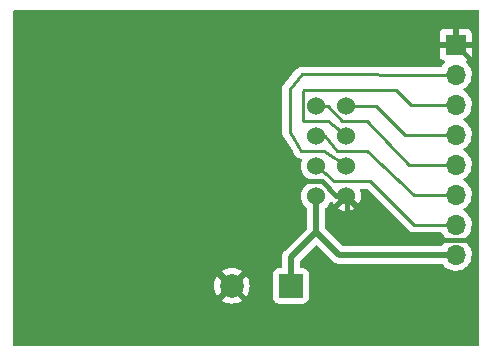
<source format=gtl>
%TF.GenerationSoftware,KiCad,Pcbnew,(6.0.4)*%
%TF.CreationDate,2022-05-23T21:32:27+01:00*%
%TF.ProjectId,nRF24BB,6e524632-3442-4422-9e6b-696361645f70,1.0*%
%TF.SameCoordinates,Original*%
%TF.FileFunction,Copper,L1,Top*%
%TF.FilePolarity,Positive*%
%FSLAX46Y46*%
G04 Gerber Fmt 4.6, Leading zero omitted, Abs format (unit mm)*
G04 Created by KiCad (PCBNEW (6.0.4)) date 2022-05-23 21:32:27*
%MOMM*%
%LPD*%
G01*
G04 APERTURE LIST*
%TA.AperFunction,ComponentPad*%
%ADD10R,2.000000X2.000000*%
%TD*%
%TA.AperFunction,ComponentPad*%
%ADD11C,2.000000*%
%TD*%
%TA.AperFunction,ComponentPad*%
%ADD12C,1.524000*%
%TD*%
%TA.AperFunction,ComponentPad*%
%ADD13R,1.700000X1.700000*%
%TD*%
%TA.AperFunction,ComponentPad*%
%ADD14O,1.700000X1.700000*%
%TD*%
%TA.AperFunction,Conductor*%
%ADD15C,0.508000*%
%TD*%
%TA.AperFunction,Conductor*%
%ADD16C,0.381000*%
%TD*%
%TA.AperFunction,Conductor*%
%ADD17C,0.250000*%
%TD*%
G04 APERTURE END LIST*
D10*
%TO.P,C1,1*%
%TO.N,Net-(C1-Pad1)*%
X154945477Y-101701600D03*
D11*
%TO.P,C1,2*%
%TO.N,Net-(C1-Pad2)*%
X149945477Y-101701600D03*
%TD*%
D12*
%TO.P,U1,0,GND*%
%TO.N,Net-(C1-Pad2)*%
X159639000Y-94107000D03*
%TO.P,U1,1,CE*%
%TO.N,Net-(J1-Pad2)*%
X159639000Y-91567000D03*
%TO.P,U1,2,SCK*%
%TO.N,Net-(J1-Pad3)*%
X159639000Y-89027000D03*
%TO.P,U1,3,MISO*%
%TO.N,Net-(J1-Pad4)*%
X159639000Y-86487000D03*
%TO.P,U1,4,IRG*%
%TO.N,Net-(J1-Pad5)*%
X157099000Y-86487000D03*
%TO.P,U1,5,MOSI*%
%TO.N,Net-(J1-Pad6)*%
X157099000Y-89027000D03*
%TO.P,U1,6,CSN*%
%TO.N,Net-(J1-Pad7)*%
X157099000Y-91567000D03*
%TO.P,U1,7,VCC*%
%TO.N,Net-(C1-Pad1)*%
X157099000Y-94107000D03*
%TD*%
D13*
%TO.P,J1,1,Pin_1*%
%TO.N,Net-(C1-Pad2)*%
X168910000Y-81280000D03*
D14*
%TO.P,J1,2,Pin_2*%
%TO.N,Net-(J1-Pad2)*%
X168910000Y-83820000D03*
%TO.P,J1,3,Pin_3*%
%TO.N,Net-(J1-Pad3)*%
X168910000Y-86360000D03*
%TO.P,J1,4,Pin_4*%
%TO.N,Net-(J1-Pad4)*%
X168910000Y-88900000D03*
%TO.P,J1,5,Pin_5*%
%TO.N,Net-(J1-Pad5)*%
X168910000Y-91440000D03*
%TO.P,J1,6,Pin_6*%
%TO.N,Net-(J1-Pad6)*%
X168910000Y-93980000D03*
%TO.P,J1,7,Pin_7*%
%TO.N,Net-(J1-Pad7)*%
X168910000Y-96520000D03*
%TO.P,J1,8,Pin_8*%
%TO.N,Net-(C1-Pad1)*%
X168910000Y-99060000D03*
%TD*%
D15*
%TO.N,Net-(C1-Pad1)*%
X154945477Y-99308523D02*
X157099000Y-97155000D01*
X154945477Y-101701600D02*
X154945477Y-99308523D01*
X159004000Y-99060000D02*
X157099000Y-97155000D01*
X159004000Y-99060000D02*
X168910000Y-99060000D01*
X157099000Y-97155000D02*
X157099000Y-94107000D01*
D16*
%TO.N,Net-(C1-Pad2)*%
X159675000Y-96302000D02*
X161163000Y-97790000D01*
X155879800Y-92862400D02*
X157556200Y-92862400D01*
X149945477Y-101701600D02*
X154355800Y-97291277D01*
X161163000Y-97790000D02*
X170561000Y-97790000D01*
X159675000Y-94120000D02*
X159675000Y-96302000D01*
X154355800Y-97291277D02*
X154355800Y-93954600D01*
X170561000Y-97790000D02*
X170561000Y-82931000D01*
X170561000Y-82931000D02*
X168910000Y-81280000D01*
D17*
X158800800Y-94107000D02*
X159639000Y-94107000D01*
D16*
X154355800Y-93954600D02*
X155879800Y-92862400D01*
X157556200Y-92862400D02*
X158800800Y-94107000D01*
D17*
%TO.N,Net-(J1-Pad2)*%
X155905200Y-83794600D02*
X168910000Y-83820000D01*
X154838400Y-85039200D02*
X155905200Y-83794600D01*
X155829000Y-90297000D02*
X154838400Y-88646000D01*
X157734000Y-90297000D02*
X155829000Y-90297000D01*
X159675000Y-91580000D02*
X157734000Y-90297000D01*
X154838400Y-88646000D02*
X154838400Y-85039200D01*
%TO.N,Net-(J1-Pad3)*%
X163830000Y-85090000D02*
X165100000Y-86360000D01*
X155956000Y-85217000D02*
X156083000Y-85090000D01*
X156083000Y-85090000D02*
X163830000Y-85090000D01*
X158115000Y-87757000D02*
X155956000Y-87757000D01*
X159675000Y-89040000D02*
X158115000Y-87757000D01*
X165100000Y-86360000D02*
X168910000Y-86360000D01*
X155956000Y-87757000D02*
X155956000Y-85217000D01*
%TO.N,Net-(J1-Pad4)*%
X164592000Y-88900000D02*
X162179000Y-86487000D01*
X168910000Y-88900000D02*
X164592000Y-88900000D01*
X162179000Y-86487000D02*
X159639000Y-86487000D01*
%TO.N,Net-(J1-Pad5)*%
X164973000Y-91440000D02*
X168910000Y-91440000D01*
X158138440Y-86500000D02*
X159258000Y-87757000D01*
X157135000Y-86500000D02*
X158138440Y-86500000D01*
X159258000Y-87757000D02*
X161417000Y-87757000D01*
X161417000Y-87757000D02*
X164973000Y-91440000D01*
%TO.N,Net-(J1-Pad6)*%
X161366200Y-90271600D02*
X165354000Y-93980000D01*
X157135000Y-89040000D02*
X157861000Y-89027000D01*
X157861000Y-89027000D02*
X158877000Y-90297000D01*
X165354000Y-93980000D02*
X168910000Y-93980000D01*
X158877000Y-90297000D02*
X161366200Y-90271600D01*
%TO.N,Net-(J1-Pad7)*%
X165354000Y-96520000D02*
X168910000Y-96520000D01*
X157135000Y-91580000D02*
X158623000Y-92837000D01*
X158623000Y-92837000D02*
X161620200Y-92837000D01*
X161620200Y-92837000D02*
X165354000Y-96520000D01*
%TD*%
%TA.AperFunction,Conductor*%
%TO.N,Net-(C1-Pad2)*%
G36*
X170858221Y-78379502D02*
G01*
X170904714Y-78433158D01*
X170916100Y-78485500D01*
X170916100Y-106680500D01*
X170896098Y-106748621D01*
X170842442Y-106795114D01*
X170790100Y-106806500D01*
X131571500Y-106806500D01*
X131503379Y-106786498D01*
X131456886Y-106732842D01*
X131445500Y-106680500D01*
X131445500Y-102934270D01*
X149077637Y-102934270D01*
X149083364Y-102941920D01*
X149254519Y-103046805D01*
X149263314Y-103051287D01*
X149473465Y-103138334D01*
X149482850Y-103141383D01*
X149704031Y-103194485D01*
X149713778Y-103196028D01*
X149940547Y-103213875D01*
X149950407Y-103213875D01*
X150177176Y-103196028D01*
X150186923Y-103194485D01*
X150408104Y-103141383D01*
X150417489Y-103138334D01*
X150627640Y-103051287D01*
X150636435Y-103046805D01*
X150803922Y-102944168D01*
X150813384Y-102933710D01*
X150809601Y-102924934D01*
X150634401Y-102749734D01*
X153436977Y-102749734D01*
X153443732Y-102811916D01*
X153494862Y-102948305D01*
X153582216Y-103064861D01*
X153698772Y-103152215D01*
X153835161Y-103203345D01*
X153897343Y-103210100D01*
X155993611Y-103210100D01*
X156055793Y-103203345D01*
X156192182Y-103152215D01*
X156308738Y-103064861D01*
X156396092Y-102948305D01*
X156447222Y-102811916D01*
X156453977Y-102749734D01*
X156453977Y-100653466D01*
X156447222Y-100591284D01*
X156396092Y-100454895D01*
X156308738Y-100338339D01*
X156192182Y-100250985D01*
X156055793Y-100199855D01*
X155993611Y-100193100D01*
X155833977Y-100193100D01*
X155765856Y-100173098D01*
X155719363Y-100119442D01*
X155707977Y-100067100D01*
X155707977Y-99676551D01*
X155727979Y-99608430D01*
X155744882Y-99587456D01*
X157009905Y-98322433D01*
X157072217Y-98288407D01*
X157143032Y-98293472D01*
X157188095Y-98322433D01*
X158417190Y-99551528D01*
X158429577Y-99565941D01*
X158442546Y-99583564D01*
X158448129Y-99588307D01*
X158483055Y-99617979D01*
X158490571Y-99624909D01*
X158496315Y-99630653D01*
X158499189Y-99632927D01*
X158499196Y-99632933D01*
X158518711Y-99648372D01*
X158522115Y-99651163D01*
X158572472Y-99693945D01*
X158572476Y-99693948D01*
X158578051Y-99698684D01*
X158584568Y-99702012D01*
X158589632Y-99705389D01*
X158594856Y-99708616D01*
X158600600Y-99713160D01*
X158667104Y-99744242D01*
X158671001Y-99746147D01*
X158736404Y-99779543D01*
X158743518Y-99781284D01*
X158749252Y-99783416D01*
X158755048Y-99785344D01*
X158761680Y-99788444D01*
X158833555Y-99803394D01*
X158837839Y-99804364D01*
X158909112Y-99821804D01*
X158914714Y-99822152D01*
X158914717Y-99822152D01*
X158920330Y-99822500D01*
X158920328Y-99822537D01*
X158924227Y-99822773D01*
X158928598Y-99823163D01*
X158935757Y-99824652D01*
X159013577Y-99822546D01*
X159016986Y-99822500D01*
X167715542Y-99822500D01*
X167783663Y-99842502D01*
X167810779Y-99866003D01*
X167877900Y-99943489D01*
X167956250Y-100033938D01*
X168128126Y-100176632D01*
X168321000Y-100289338D01*
X168529692Y-100369030D01*
X168534760Y-100370061D01*
X168534763Y-100370062D01*
X168642017Y-100391883D01*
X168748597Y-100413567D01*
X168753772Y-100413757D01*
X168753774Y-100413757D01*
X168966673Y-100421564D01*
X168966677Y-100421564D01*
X168971837Y-100421753D01*
X168976957Y-100421097D01*
X168976959Y-100421097D01*
X169188288Y-100394025D01*
X169188289Y-100394025D01*
X169193416Y-100393368D01*
X169198366Y-100391883D01*
X169402429Y-100330661D01*
X169402434Y-100330659D01*
X169407384Y-100329174D01*
X169607994Y-100230896D01*
X169789860Y-100101173D01*
X169948096Y-99943489D01*
X170059507Y-99788444D01*
X170075435Y-99766277D01*
X170078453Y-99762077D01*
X170106758Y-99704807D01*
X170175136Y-99566453D01*
X170175137Y-99566451D01*
X170177430Y-99561811D01*
X170242370Y-99348069D01*
X170271529Y-99126590D01*
X170271611Y-99123240D01*
X170273074Y-99063365D01*
X170273074Y-99063361D01*
X170273156Y-99060000D01*
X170254852Y-98837361D01*
X170200431Y-98620702D01*
X170111354Y-98415840D01*
X170050926Y-98322433D01*
X169992822Y-98232617D01*
X169992820Y-98232614D01*
X169990014Y-98228277D01*
X169839670Y-98063051D01*
X169835619Y-98059852D01*
X169835615Y-98059848D01*
X169668414Y-97927800D01*
X169668410Y-97927798D01*
X169664359Y-97924598D01*
X169623053Y-97901796D01*
X169573084Y-97851364D01*
X169558312Y-97781921D01*
X169583428Y-97715516D01*
X169610780Y-97688909D01*
X169654603Y-97657650D01*
X169789860Y-97561173D01*
X169948096Y-97403489D01*
X170078453Y-97222077D01*
X170082611Y-97213665D01*
X170175136Y-97026453D01*
X170175137Y-97026451D01*
X170177430Y-97021811D01*
X170232923Y-96839162D01*
X170240865Y-96813023D01*
X170240865Y-96813021D01*
X170242370Y-96808069D01*
X170271529Y-96586590D01*
X170273156Y-96520000D01*
X170254852Y-96297361D01*
X170200431Y-96080702D01*
X170111354Y-95875840D01*
X169990014Y-95688277D01*
X169839670Y-95523051D01*
X169835619Y-95519852D01*
X169835615Y-95519848D01*
X169668414Y-95387800D01*
X169668410Y-95387798D01*
X169664359Y-95384598D01*
X169623053Y-95361796D01*
X169573084Y-95311364D01*
X169558312Y-95241921D01*
X169583428Y-95175516D01*
X169610780Y-95148909D01*
X169654603Y-95117650D01*
X169789860Y-95021173D01*
X169948096Y-94863489D01*
X169992839Y-94801223D01*
X170075435Y-94686277D01*
X170078453Y-94682077D01*
X170082611Y-94673665D01*
X170175136Y-94486453D01*
X170175137Y-94486451D01*
X170177430Y-94481811D01*
X170222407Y-94333776D01*
X170240865Y-94273023D01*
X170240865Y-94273021D01*
X170242370Y-94268069D01*
X170271529Y-94046590D01*
X170273156Y-93980000D01*
X170254852Y-93757361D01*
X170200431Y-93540702D01*
X170111354Y-93335840D01*
X169990014Y-93148277D01*
X169839670Y-92983051D01*
X169835619Y-92979852D01*
X169835615Y-92979848D01*
X169668414Y-92847800D01*
X169668410Y-92847798D01*
X169664359Y-92844598D01*
X169623053Y-92821796D01*
X169573084Y-92771364D01*
X169558312Y-92701921D01*
X169583428Y-92635516D01*
X169610780Y-92608909D01*
X169654603Y-92577650D01*
X169789860Y-92481173D01*
X169948096Y-92323489D01*
X169953049Y-92316597D01*
X170075435Y-92146277D01*
X170078453Y-92142077D01*
X170082611Y-92133665D01*
X170175136Y-91946453D01*
X170175137Y-91946451D01*
X170177430Y-91941811D01*
X170224021Y-91788463D01*
X170240865Y-91733023D01*
X170240865Y-91733021D01*
X170242370Y-91728069D01*
X170271529Y-91506590D01*
X170273156Y-91440000D01*
X170254852Y-91217361D01*
X170200431Y-91000702D01*
X170111354Y-90795840D01*
X170051952Y-90704018D01*
X169992822Y-90612617D01*
X169992820Y-90612614D01*
X169990014Y-90608277D01*
X169839670Y-90443051D01*
X169835619Y-90439852D01*
X169835615Y-90439848D01*
X169668414Y-90307800D01*
X169668410Y-90307798D01*
X169664359Y-90304598D01*
X169623053Y-90281796D01*
X169573084Y-90231364D01*
X169558312Y-90161921D01*
X169583428Y-90095516D01*
X169610780Y-90068909D01*
X169654603Y-90037650D01*
X169789860Y-89941173D01*
X169948096Y-89783489D01*
X169987832Y-89728191D01*
X170075435Y-89606277D01*
X170078453Y-89602077D01*
X170082611Y-89593665D01*
X170175136Y-89406453D01*
X170175137Y-89406451D01*
X170177430Y-89401811D01*
X170224021Y-89248463D01*
X170240865Y-89193023D01*
X170240865Y-89193021D01*
X170242370Y-89188069D01*
X170271529Y-88966590D01*
X170272251Y-88937037D01*
X170273074Y-88903365D01*
X170273074Y-88903361D01*
X170273156Y-88900000D01*
X170254852Y-88677361D01*
X170200431Y-88460702D01*
X170111354Y-88255840D01*
X169990014Y-88068277D01*
X169839670Y-87903051D01*
X169835619Y-87899852D01*
X169835615Y-87899848D01*
X169668414Y-87767800D01*
X169668410Y-87767798D01*
X169664359Y-87764598D01*
X169623053Y-87741796D01*
X169573084Y-87691364D01*
X169558312Y-87621921D01*
X169583428Y-87555516D01*
X169610780Y-87528909D01*
X169654603Y-87497650D01*
X169789860Y-87401173D01*
X169948096Y-87243489D01*
X170078453Y-87062077D01*
X170082611Y-87053665D01*
X170175136Y-86866453D01*
X170175137Y-86866451D01*
X170177430Y-86861811D01*
X170242370Y-86648069D01*
X170271529Y-86426590D01*
X170273156Y-86360000D01*
X170254852Y-86137361D01*
X170200431Y-85920702D01*
X170111354Y-85715840D01*
X169990014Y-85528277D01*
X169839670Y-85363051D01*
X169835619Y-85359852D01*
X169835615Y-85359848D01*
X169668414Y-85227800D01*
X169668410Y-85227798D01*
X169664359Y-85224598D01*
X169623053Y-85201796D01*
X169573084Y-85151364D01*
X169558312Y-85081921D01*
X169583428Y-85015516D01*
X169610780Y-84988909D01*
X169672746Y-84944709D01*
X169789860Y-84861173D01*
X169860226Y-84791053D01*
X169944435Y-84707137D01*
X169948096Y-84703489D01*
X169956710Y-84691502D01*
X170075435Y-84526277D01*
X170078453Y-84522077D01*
X170091191Y-84496305D01*
X170175136Y-84326453D01*
X170175137Y-84326451D01*
X170177430Y-84321811D01*
X170242370Y-84108069D01*
X170271529Y-83886590D01*
X170273156Y-83820000D01*
X170254852Y-83597361D01*
X170200431Y-83380702D01*
X170111354Y-83175840D01*
X169990014Y-82988277D01*
X169986540Y-82984459D01*
X169986533Y-82984450D01*
X169842435Y-82826088D01*
X169811383Y-82762242D01*
X169819779Y-82691744D01*
X169864956Y-82636976D01*
X169891400Y-82623307D01*
X169998052Y-82583325D01*
X170013649Y-82574786D01*
X170115724Y-82498285D01*
X170128285Y-82485724D01*
X170204786Y-82383649D01*
X170213324Y-82368054D01*
X170258478Y-82247606D01*
X170262105Y-82232351D01*
X170267631Y-82181486D01*
X170268000Y-82174672D01*
X170268000Y-81552115D01*
X170263525Y-81536876D01*
X170262135Y-81535671D01*
X170254452Y-81534000D01*
X167570116Y-81534000D01*
X167554877Y-81538475D01*
X167553672Y-81539865D01*
X167552001Y-81547548D01*
X167552001Y-82174669D01*
X167552371Y-82181490D01*
X167557895Y-82232352D01*
X167561521Y-82247604D01*
X167606676Y-82368054D01*
X167615214Y-82383649D01*
X167691715Y-82485724D01*
X167704276Y-82498285D01*
X167806351Y-82574786D01*
X167821946Y-82583324D01*
X167930827Y-82624142D01*
X167987591Y-82666784D01*
X168012291Y-82733345D01*
X167997083Y-82802694D01*
X167977691Y-82829175D01*
X167854200Y-82958401D01*
X167850629Y-82962138D01*
X167847715Y-82966410D01*
X167847714Y-82966411D01*
X167736798Y-83129008D01*
X167681887Y-83174011D01*
X167632465Y-83184004D01*
X162994104Y-83174944D01*
X155960143Y-83161205D01*
X155942418Y-83159917D01*
X155924207Y-83157293D01*
X155924206Y-83157293D01*
X155916358Y-83156162D01*
X155875754Y-83160572D01*
X155870348Y-83161031D01*
X155866581Y-83161023D01*
X155832826Y-83165220D01*
X155830962Y-83165437D01*
X155807926Y-83167939D01*
X155765120Y-83172588D01*
X155765116Y-83172589D01*
X155757234Y-83173445D01*
X155752561Y-83175202D01*
X155747611Y-83175817D01*
X155678600Y-83202984D01*
X155676845Y-83203659D01*
X155650264Y-83213650D01*
X155607408Y-83229758D01*
X155603322Y-83232619D01*
X155598676Y-83234448D01*
X155538540Y-83277961D01*
X155537032Y-83279033D01*
X155482791Y-83317010D01*
X155482786Y-83317014D01*
X155476294Y-83321560D01*
X155473045Y-83325350D01*
X155469003Y-83328275D01*
X155463939Y-83334372D01*
X155421626Y-83385317D01*
X155420364Y-83386812D01*
X154443680Y-84526277D01*
X154368629Y-84613836D01*
X154364817Y-84618084D01*
X154321814Y-84663879D01*
X154298033Y-84707137D01*
X154297958Y-84707274D01*
X154292743Y-84715920D01*
X154265476Y-84757270D01*
X154262896Y-84764762D01*
X154262893Y-84764768D01*
X154260613Y-84771388D01*
X154251899Y-84791053D01*
X154244705Y-84804140D01*
X154242734Y-84811818D01*
X154242732Y-84811822D01*
X154232391Y-84852099D01*
X154229484Y-84861788D01*
X154215944Y-84901109D01*
X154215943Y-84901113D01*
X154213362Y-84908609D01*
X154212726Y-84916508D01*
X154212726Y-84916509D01*
X154212164Y-84923490D01*
X154208612Y-84944709D01*
X154206873Y-84951484D01*
X154204900Y-84959170D01*
X154204900Y-85008690D01*
X154204494Y-85018797D01*
X154200522Y-85068151D01*
X154201870Y-85075955D01*
X154201870Y-85075958D01*
X154203062Y-85082858D01*
X154204900Y-85104302D01*
X154204900Y-88566556D01*
X154204414Y-88577615D01*
X154204010Y-88582199D01*
X154202330Y-88589946D01*
X154202629Y-88597867D01*
X154202629Y-88597870D01*
X154204810Y-88655586D01*
X154204900Y-88660343D01*
X154204900Y-88685856D01*
X154205397Y-88689790D01*
X154205397Y-88689791D01*
X154205710Y-88692272D01*
X154206612Y-88703295D01*
X154208373Y-88749891D01*
X154210632Y-88757485D01*
X154213457Y-88766984D01*
X154217690Y-88787102D01*
X154219926Y-88804797D01*
X154222843Y-88812164D01*
X154237089Y-88848146D01*
X154240706Y-88858601D01*
X154254003Y-88903308D01*
X154258083Y-88910109D01*
X154258084Y-88910110D01*
X154263177Y-88918599D01*
X154272283Y-88937037D01*
X154275929Y-88946246D01*
X154275931Y-88946250D01*
X154278848Y-88953617D01*
X154283506Y-88960028D01*
X154283507Y-88960030D01*
X154306251Y-88991334D01*
X154312357Y-89000565D01*
X155093282Y-90302104D01*
X155245401Y-90555636D01*
X155249324Y-90562988D01*
X155251236Y-90568875D01*
X155255484Y-90575569D01*
X155255486Y-90575573D01*
X155289027Y-90628424D01*
X155290679Y-90631100D01*
X155306284Y-90657109D01*
X155308733Y-90660225D01*
X155310976Y-90663481D01*
X155310920Y-90663520D01*
X155314594Y-90668712D01*
X155337000Y-90704018D01*
X155353541Y-90719550D01*
X155366352Y-90733541D01*
X155380363Y-90751369D01*
X155400363Y-90766680D01*
X155413544Y-90776771D01*
X155423202Y-90784967D01*
X155439840Y-90800590D01*
X155453679Y-90813586D01*
X155460625Y-90817404D01*
X155460628Y-90817407D01*
X155473563Y-90824518D01*
X155489452Y-90834883D01*
X155507456Y-90848666D01*
X155514747Y-90851766D01*
X155514750Y-90851768D01*
X155545914Y-90865019D01*
X155557307Y-90870556D01*
X155572874Y-90879113D01*
X155586991Y-90886875D01*
X155586993Y-90886876D01*
X155593940Y-90890695D01*
X155613553Y-90895731D01*
X155615913Y-90896337D01*
X155633881Y-90902425D01*
X155654751Y-90911299D01*
X155662590Y-90912490D01*
X155662591Y-90912490D01*
X155696063Y-90917574D01*
X155708469Y-90920101D01*
X155748970Y-90930500D01*
X155771657Y-90930500D01*
X155790575Y-90931929D01*
X155812995Y-90935334D01*
X155812996Y-90935334D01*
X155812487Y-90938685D01*
X155865368Y-90955676D01*
X155910489Y-91010490D01*
X155918813Y-91080997D01*
X155908783Y-91113169D01*
X155900560Y-91130804D01*
X155843022Y-91345537D01*
X155823647Y-91567000D01*
X155843022Y-91788463D01*
X155900560Y-92003196D01*
X155902882Y-92008177D01*
X155902883Y-92008178D01*
X155992186Y-92199689D01*
X155992189Y-92199694D01*
X155994512Y-92204676D01*
X155997668Y-92209183D01*
X155997669Y-92209185D01*
X156117635Y-92380514D01*
X156122023Y-92386781D01*
X156279219Y-92543977D01*
X156283727Y-92547134D01*
X156283730Y-92547136D01*
X156358480Y-92599476D01*
X156461323Y-92671488D01*
X156466305Y-92673811D01*
X156466310Y-92673814D01*
X156571373Y-92722805D01*
X156624658Y-92769722D01*
X156644119Y-92837999D01*
X156623577Y-92905959D01*
X156571373Y-92951195D01*
X156466311Y-93000186D01*
X156466306Y-93000189D01*
X156461324Y-93002512D01*
X156456817Y-93005668D01*
X156456815Y-93005669D01*
X156283730Y-93126864D01*
X156283727Y-93126866D01*
X156279219Y-93130023D01*
X156122023Y-93287219D01*
X156118866Y-93291727D01*
X156118864Y-93291730D01*
X155998968Y-93462960D01*
X155994512Y-93469324D01*
X155992189Y-93474306D01*
X155992186Y-93474311D01*
X155902883Y-93665822D01*
X155900560Y-93670804D01*
X155843022Y-93885537D01*
X155823647Y-94107000D01*
X155843022Y-94328463D01*
X155900560Y-94543196D01*
X155902882Y-94548177D01*
X155902883Y-94548178D01*
X155992186Y-94739689D01*
X155992189Y-94739694D01*
X155994512Y-94744676D01*
X155997668Y-94749183D01*
X155997669Y-94749185D01*
X156077706Y-94863489D01*
X156122023Y-94926781D01*
X156279219Y-95083977D01*
X156283730Y-95087136D01*
X156287943Y-95090671D01*
X156287016Y-95091776D01*
X156327098Y-95141918D01*
X156336500Y-95189677D01*
X156336500Y-96786972D01*
X156316498Y-96855093D01*
X156299595Y-96876067D01*
X154453949Y-98721713D01*
X154439536Y-98734100D01*
X154421913Y-98747069D01*
X154417169Y-98752652D01*
X154417170Y-98752652D01*
X154387498Y-98787578D01*
X154380568Y-98795094D01*
X154374824Y-98800838D01*
X154372550Y-98803712D01*
X154372544Y-98803719D01*
X154357105Y-98823234D01*
X154354314Y-98826638D01*
X154311532Y-98876995D01*
X154311529Y-98876999D01*
X154306793Y-98882574D01*
X154303465Y-98889091D01*
X154300088Y-98894155D01*
X154296861Y-98899379D01*
X154292317Y-98905123D01*
X154289218Y-98911754D01*
X154261245Y-98971605D01*
X154259314Y-98975556D01*
X154225934Y-99040927D01*
X154224193Y-99048042D01*
X154222056Y-99053788D01*
X154220132Y-99059571D01*
X154217033Y-99066202D01*
X154203783Y-99129908D01*
X154202085Y-99138070D01*
X154201116Y-99142352D01*
X154183673Y-99213635D01*
X154182977Y-99224853D01*
X154182938Y-99224851D01*
X154182705Y-99228752D01*
X154182316Y-99233111D01*
X154180825Y-99240279D01*
X154181023Y-99247596D01*
X154182931Y-99318100D01*
X154182977Y-99321509D01*
X154182977Y-100067100D01*
X154162975Y-100135221D01*
X154109319Y-100181714D01*
X154056977Y-100193100D01*
X153897343Y-100193100D01*
X153835161Y-100199855D01*
X153698772Y-100250985D01*
X153582216Y-100338339D01*
X153494862Y-100454895D01*
X153443732Y-100591284D01*
X153436977Y-100653466D01*
X153436977Y-102749734D01*
X150634401Y-102749734D01*
X149958289Y-102073622D01*
X149944345Y-102066008D01*
X149942512Y-102066139D01*
X149935897Y-102070390D01*
X149084397Y-102921890D01*
X149077637Y-102934270D01*
X131445500Y-102934270D01*
X131445500Y-101706530D01*
X148433202Y-101706530D01*
X148451049Y-101933299D01*
X148452592Y-101943046D01*
X148505694Y-102164227D01*
X148508743Y-102173612D01*
X148595790Y-102383763D01*
X148600272Y-102392558D01*
X148702909Y-102560045D01*
X148713367Y-102569507D01*
X148722143Y-102565724D01*
X149573455Y-101714412D01*
X149579833Y-101702732D01*
X150309885Y-101702732D01*
X150310016Y-101704565D01*
X150314267Y-101711180D01*
X151165767Y-102562680D01*
X151178147Y-102569440D01*
X151185797Y-102563713D01*
X151290682Y-102392558D01*
X151295164Y-102383763D01*
X151382211Y-102173612D01*
X151385260Y-102164227D01*
X151438362Y-101943046D01*
X151439905Y-101933299D01*
X151457752Y-101706530D01*
X151457752Y-101696670D01*
X151439905Y-101469901D01*
X151438362Y-101460154D01*
X151385260Y-101238973D01*
X151382211Y-101229588D01*
X151295164Y-101019437D01*
X151290682Y-101010642D01*
X151188045Y-100843155D01*
X151177587Y-100833693D01*
X151168811Y-100837476D01*
X150317499Y-101688788D01*
X150309885Y-101702732D01*
X149579833Y-101702732D01*
X149581069Y-101700468D01*
X149580938Y-101698635D01*
X149576687Y-101692020D01*
X148725187Y-100840520D01*
X148712807Y-100833760D01*
X148705157Y-100839487D01*
X148600272Y-101010642D01*
X148595790Y-101019437D01*
X148508743Y-101229588D01*
X148505694Y-101238973D01*
X148452592Y-101460154D01*
X148451049Y-101469901D01*
X148433202Y-101696670D01*
X148433202Y-101706530D01*
X131445500Y-101706530D01*
X131445500Y-100469490D01*
X149077570Y-100469490D01*
X149081353Y-100478266D01*
X149932665Y-101329578D01*
X149946609Y-101337192D01*
X149948442Y-101337061D01*
X149955057Y-101332810D01*
X150806557Y-100481310D01*
X150813317Y-100468930D01*
X150807590Y-100461280D01*
X150636435Y-100356395D01*
X150627640Y-100351913D01*
X150417489Y-100264866D01*
X150408104Y-100261817D01*
X150186923Y-100208715D01*
X150177176Y-100207172D01*
X149950407Y-100189325D01*
X149940547Y-100189325D01*
X149713778Y-100207172D01*
X149704031Y-100208715D01*
X149482850Y-100261817D01*
X149473465Y-100264866D01*
X149263314Y-100351913D01*
X149254519Y-100356395D01*
X149087032Y-100459032D01*
X149077570Y-100469490D01*
X131445500Y-100469490D01*
X131445500Y-81007885D01*
X167552000Y-81007885D01*
X167556475Y-81023124D01*
X167557865Y-81024329D01*
X167565548Y-81026000D01*
X168637885Y-81026000D01*
X168653124Y-81021525D01*
X168654329Y-81020135D01*
X168656000Y-81012452D01*
X168656000Y-81007885D01*
X169164000Y-81007885D01*
X169168475Y-81023124D01*
X169169865Y-81024329D01*
X169177548Y-81026000D01*
X170249884Y-81026000D01*
X170265123Y-81021525D01*
X170266328Y-81020135D01*
X170267999Y-81012452D01*
X170267999Y-80385331D01*
X170267629Y-80378510D01*
X170262105Y-80327648D01*
X170258479Y-80312396D01*
X170213324Y-80191946D01*
X170204786Y-80176351D01*
X170128285Y-80074276D01*
X170115724Y-80061715D01*
X170013649Y-79985214D01*
X169998054Y-79976676D01*
X169877606Y-79931522D01*
X169862351Y-79927895D01*
X169811486Y-79922369D01*
X169804672Y-79922000D01*
X169182115Y-79922000D01*
X169166876Y-79926475D01*
X169165671Y-79927865D01*
X169164000Y-79935548D01*
X169164000Y-81007885D01*
X168656000Y-81007885D01*
X168656000Y-79940116D01*
X168651525Y-79924877D01*
X168650135Y-79923672D01*
X168642452Y-79922001D01*
X168015331Y-79922001D01*
X168008510Y-79922371D01*
X167957648Y-79927895D01*
X167942396Y-79931521D01*
X167821946Y-79976676D01*
X167806351Y-79985214D01*
X167704276Y-80061715D01*
X167691715Y-80074276D01*
X167615214Y-80176351D01*
X167606676Y-80191946D01*
X167561522Y-80312394D01*
X167557895Y-80327649D01*
X167552369Y-80378514D01*
X167552000Y-80385328D01*
X167552000Y-81007885D01*
X131445500Y-81007885D01*
X131445500Y-78485500D01*
X131465502Y-78417379D01*
X131519158Y-78370886D01*
X131571500Y-78359500D01*
X170790100Y-78359500D01*
X170858221Y-78379502D01*
G37*
%TD.AperFunction*%
%TA.AperFunction,Conductor*%
G36*
X161376768Y-93490502D02*
G01*
X161397128Y-93506794D01*
X164853261Y-96915904D01*
X164858746Y-96921891D01*
X164862000Y-96927018D01*
X164867781Y-96932447D01*
X164867782Y-96932448D01*
X164913545Y-96975423D01*
X164915771Y-96977566D01*
X164934677Y-96996213D01*
X164934681Y-96996217D01*
X164937502Y-96998999D01*
X164940643Y-97001402D01*
X164943636Y-97004004D01*
X164943585Y-97004063D01*
X164948350Y-97008106D01*
X164978679Y-97036586D01*
X164985624Y-97040404D01*
X164998724Y-97047606D01*
X165014564Y-97057932D01*
X165032732Y-97071827D01*
X165040026Y-97074924D01*
X165071022Y-97088086D01*
X165082474Y-97093648D01*
X165111989Y-97109874D01*
X165111992Y-97109875D01*
X165118940Y-97113695D01*
X165126621Y-97115667D01*
X165126623Y-97115668D01*
X165141096Y-97119384D01*
X165159002Y-97125446D01*
X165180059Y-97134387D01*
X165220316Y-97140480D01*
X165221193Y-97140613D01*
X165233672Y-97143153D01*
X165266293Y-97151529D01*
X165266295Y-97151529D01*
X165273970Y-97153500D01*
X165296843Y-97153500D01*
X165315700Y-97154919D01*
X165330477Y-97157156D01*
X165330480Y-97157156D01*
X165338315Y-97158342D01*
X165379710Y-97154143D01*
X165392426Y-97153500D01*
X167634274Y-97153500D01*
X167702395Y-97173502D01*
X167741707Y-97213665D01*
X167809987Y-97325088D01*
X167956250Y-97493938D01*
X168128126Y-97636632D01*
X168198595Y-97677811D01*
X168201445Y-97679476D01*
X168250169Y-97731114D01*
X168263240Y-97800897D01*
X168236509Y-97866669D01*
X168196055Y-97900027D01*
X168183607Y-97906507D01*
X168179474Y-97909610D01*
X168179471Y-97909612D01*
X168155247Y-97927800D01*
X168004965Y-98040635D01*
X167850629Y-98202138D01*
X167847715Y-98206410D01*
X167823092Y-98242505D01*
X167768180Y-98287507D01*
X167719004Y-98297500D01*
X159372028Y-98297500D01*
X159303907Y-98277498D01*
X159282933Y-98260595D01*
X157898405Y-96876067D01*
X157864379Y-96813755D01*
X157861500Y-96786972D01*
X157861500Y-95189677D01*
X157868518Y-95165777D01*
X158944777Y-95165777D01*
X158954074Y-95177793D01*
X158997069Y-95207898D01*
X159006555Y-95213376D01*
X159197993Y-95302645D01*
X159208285Y-95306391D01*
X159412309Y-95361059D01*
X159423104Y-95362962D01*
X159633525Y-95381372D01*
X159644475Y-95381372D01*
X159854896Y-95362962D01*
X159865691Y-95361059D01*
X160069715Y-95306391D01*
X160080007Y-95302645D01*
X160271445Y-95213376D01*
X160280931Y-95207898D01*
X160324764Y-95177207D01*
X160333139Y-95166729D01*
X160326071Y-95153281D01*
X159651812Y-94479022D01*
X159637868Y-94471408D01*
X159636035Y-94471539D01*
X159629420Y-94475790D01*
X158951207Y-95154003D01*
X158944777Y-95165777D01*
X157868518Y-95165777D01*
X157881502Y-95121556D01*
X157910584Y-95091298D01*
X157910057Y-95090671D01*
X157914270Y-95087136D01*
X157918781Y-95083977D01*
X158075977Y-94926781D01*
X158120295Y-94863489D01*
X158200331Y-94749185D01*
X158200332Y-94749183D01*
X158203488Y-94744676D01*
X158205811Y-94739694D01*
X158205814Y-94739689D01*
X158255081Y-94634035D01*
X158301999Y-94580750D01*
X158370276Y-94561289D01*
X158438236Y-94581831D01*
X158483471Y-94634035D01*
X158532623Y-94739441D01*
X158538103Y-94748932D01*
X158568794Y-94792765D01*
X158579271Y-94801140D01*
X158592718Y-94794072D01*
X159549905Y-93836885D01*
X159612217Y-93802859D01*
X159683032Y-93807924D01*
X159728095Y-93836885D01*
X160686003Y-94794793D01*
X160697777Y-94801223D01*
X160709793Y-94791926D01*
X160739897Y-94748932D01*
X160745377Y-94739441D01*
X160834645Y-94548007D01*
X160838391Y-94537715D01*
X160893059Y-94333691D01*
X160894962Y-94322896D01*
X160913372Y-94112475D01*
X160913372Y-94101525D01*
X160894962Y-93891104D01*
X160893059Y-93880309D01*
X160838391Y-93676285D01*
X160834645Y-93665992D01*
X160827070Y-93649748D01*
X160816410Y-93579556D01*
X160845391Y-93514744D01*
X160904811Y-93475889D01*
X160941266Y-93470500D01*
X161308647Y-93470500D01*
X161376768Y-93490502D01*
G37*
%TD.AperFunction*%
%TD*%
M02*

</source>
